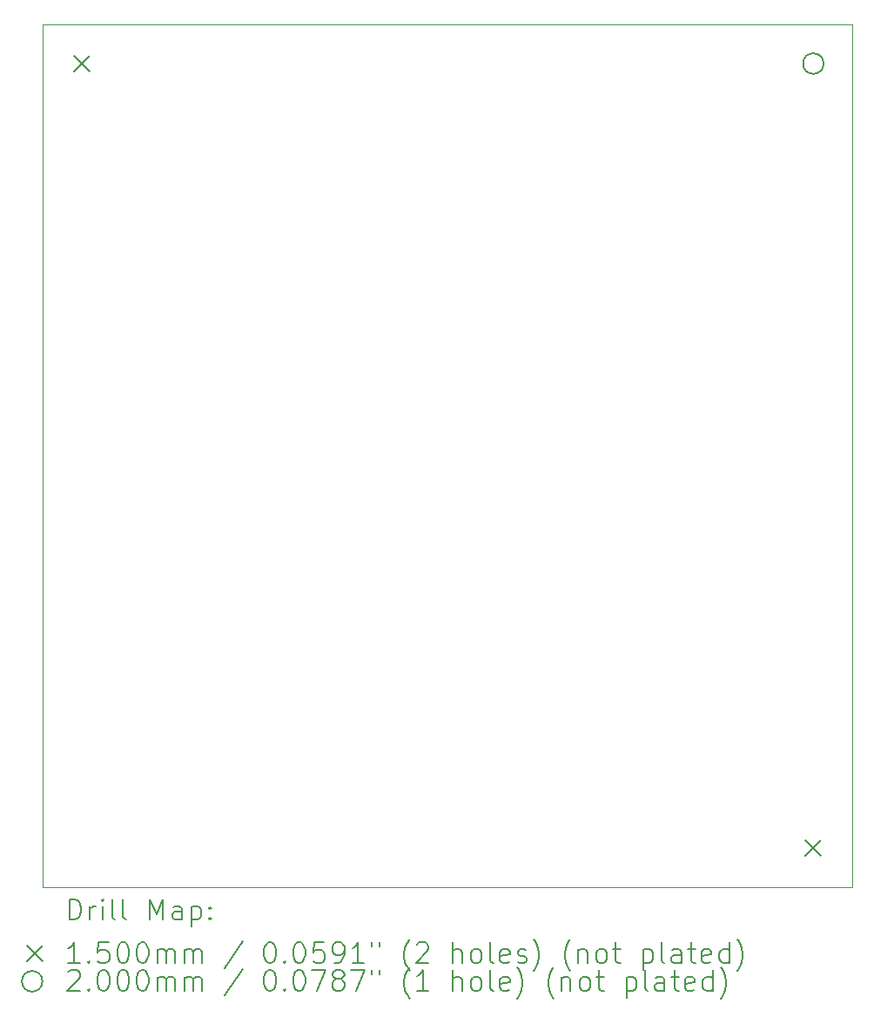
<source format=gbr>
%TF.GenerationSoftware,KiCad,Pcbnew,8.0.8*%
%TF.CreationDate,2026-01-29T15:06:10+11:00*%
%TF.ProjectId,lfo_rw,6c666f5f-7277-42e6-9b69-6361645f7063,rev?*%
%TF.SameCoordinates,PX8b48bd0PY38ecc10*%
%TF.FileFunction,Drillmap*%
%TF.FilePolarity,Positive*%
%FSLAX45Y45*%
G04 Gerber Fmt 4.5, Leading zero omitted, Abs format (unit mm)*
G04 Created by KiCad (PCBNEW 8.0.8) date 2026-01-29 15:06:10*
%MOMM*%
%LPD*%
G01*
G04 APERTURE LIST*
%ADD10C,0.100000*%
%ADD11C,0.200000*%
%ADD12C,0.150000*%
G04 APERTURE END LIST*
D10*
X-7493000Y381000D02*
X381000Y381000D01*
X381000Y-8001000D01*
X-7493000Y-8001000D01*
X-7493000Y381000D01*
D11*
D12*
X-7187000Y75000D02*
X-7037000Y-75000D01*
X-7037000Y75000D02*
X-7187000Y-75000D01*
X-75000Y-7545000D02*
X75000Y-7695000D01*
X75000Y-7545000D02*
X-75000Y-7695000D01*
D11*
X100000Y0D02*
G75*
G02*
X-100000Y0I-100000J0D01*
G01*
X-100000Y0D02*
G75*
G02*
X100000Y0I100000J0D01*
G01*
X-7237223Y-8317484D02*
X-7237223Y-8117484D01*
X-7237223Y-8117484D02*
X-7189604Y-8117484D01*
X-7189604Y-8117484D02*
X-7161033Y-8127008D01*
X-7161033Y-8127008D02*
X-7141985Y-8146055D01*
X-7141985Y-8146055D02*
X-7132461Y-8165103D01*
X-7132461Y-8165103D02*
X-7122937Y-8203198D01*
X-7122937Y-8203198D02*
X-7122937Y-8231769D01*
X-7122937Y-8231769D02*
X-7132461Y-8269865D01*
X-7132461Y-8269865D02*
X-7141985Y-8288912D01*
X-7141985Y-8288912D02*
X-7161033Y-8307960D01*
X-7161033Y-8307960D02*
X-7189604Y-8317484D01*
X-7189604Y-8317484D02*
X-7237223Y-8317484D01*
X-7037223Y-8317484D02*
X-7037223Y-8184150D01*
X-7037223Y-8222246D02*
X-7027699Y-8203198D01*
X-7027699Y-8203198D02*
X-7018176Y-8193674D01*
X-7018176Y-8193674D02*
X-6999128Y-8184150D01*
X-6999128Y-8184150D02*
X-6980080Y-8184150D01*
X-6913414Y-8317484D02*
X-6913414Y-8184150D01*
X-6913414Y-8117484D02*
X-6922937Y-8127008D01*
X-6922937Y-8127008D02*
X-6913414Y-8136531D01*
X-6913414Y-8136531D02*
X-6903890Y-8127008D01*
X-6903890Y-8127008D02*
X-6913414Y-8117484D01*
X-6913414Y-8117484D02*
X-6913414Y-8136531D01*
X-6789604Y-8317484D02*
X-6808652Y-8307960D01*
X-6808652Y-8307960D02*
X-6818176Y-8288912D01*
X-6818176Y-8288912D02*
X-6818176Y-8117484D01*
X-6684842Y-8317484D02*
X-6703890Y-8307960D01*
X-6703890Y-8307960D02*
X-6713414Y-8288912D01*
X-6713414Y-8288912D02*
X-6713414Y-8117484D01*
X-6456271Y-8317484D02*
X-6456271Y-8117484D01*
X-6456271Y-8117484D02*
X-6389604Y-8260341D01*
X-6389604Y-8260341D02*
X-6322937Y-8117484D01*
X-6322937Y-8117484D02*
X-6322937Y-8317484D01*
X-6141985Y-8317484D02*
X-6141985Y-8212722D01*
X-6141985Y-8212722D02*
X-6151509Y-8193674D01*
X-6151509Y-8193674D02*
X-6170556Y-8184150D01*
X-6170556Y-8184150D02*
X-6208652Y-8184150D01*
X-6208652Y-8184150D02*
X-6227699Y-8193674D01*
X-6141985Y-8307960D02*
X-6161033Y-8317484D01*
X-6161033Y-8317484D02*
X-6208652Y-8317484D01*
X-6208652Y-8317484D02*
X-6227699Y-8307960D01*
X-6227699Y-8307960D02*
X-6237223Y-8288912D01*
X-6237223Y-8288912D02*
X-6237223Y-8269865D01*
X-6237223Y-8269865D02*
X-6227699Y-8250817D01*
X-6227699Y-8250817D02*
X-6208652Y-8241293D01*
X-6208652Y-8241293D02*
X-6161033Y-8241293D01*
X-6161033Y-8241293D02*
X-6141985Y-8231769D01*
X-6046747Y-8184150D02*
X-6046747Y-8384150D01*
X-6046747Y-8193674D02*
X-6027699Y-8184150D01*
X-6027699Y-8184150D02*
X-5989604Y-8184150D01*
X-5989604Y-8184150D02*
X-5970556Y-8193674D01*
X-5970556Y-8193674D02*
X-5961033Y-8203198D01*
X-5961033Y-8203198D02*
X-5951509Y-8222246D01*
X-5951509Y-8222246D02*
X-5951509Y-8279388D01*
X-5951509Y-8279388D02*
X-5961033Y-8298436D01*
X-5961033Y-8298436D02*
X-5970556Y-8307960D01*
X-5970556Y-8307960D02*
X-5989604Y-8317484D01*
X-5989604Y-8317484D02*
X-6027699Y-8317484D01*
X-6027699Y-8317484D02*
X-6046747Y-8307960D01*
X-5865795Y-8298436D02*
X-5856271Y-8307960D01*
X-5856271Y-8307960D02*
X-5865795Y-8317484D01*
X-5865795Y-8317484D02*
X-5875318Y-8307960D01*
X-5875318Y-8307960D02*
X-5865795Y-8298436D01*
X-5865795Y-8298436D02*
X-5865795Y-8317484D01*
X-5865795Y-8193674D02*
X-5856271Y-8203198D01*
X-5856271Y-8203198D02*
X-5865795Y-8212722D01*
X-5865795Y-8212722D02*
X-5875318Y-8203198D01*
X-5875318Y-8203198D02*
X-5865795Y-8193674D01*
X-5865795Y-8193674D02*
X-5865795Y-8212722D01*
D12*
X-7648000Y-8571000D02*
X-7498000Y-8721000D01*
X-7498000Y-8571000D02*
X-7648000Y-8721000D01*
D11*
X-7132461Y-8737484D02*
X-7246747Y-8737484D01*
X-7189604Y-8737484D02*
X-7189604Y-8537484D01*
X-7189604Y-8537484D02*
X-7208652Y-8566055D01*
X-7208652Y-8566055D02*
X-7227699Y-8585103D01*
X-7227699Y-8585103D02*
X-7246747Y-8594627D01*
X-7046747Y-8718436D02*
X-7037223Y-8727960D01*
X-7037223Y-8727960D02*
X-7046747Y-8737484D01*
X-7046747Y-8737484D02*
X-7056271Y-8727960D01*
X-7056271Y-8727960D02*
X-7046747Y-8718436D01*
X-7046747Y-8718436D02*
X-7046747Y-8737484D01*
X-6856271Y-8537484D02*
X-6951509Y-8537484D01*
X-6951509Y-8537484D02*
X-6961033Y-8632722D01*
X-6961033Y-8632722D02*
X-6951509Y-8623198D01*
X-6951509Y-8623198D02*
X-6932461Y-8613674D01*
X-6932461Y-8613674D02*
X-6884842Y-8613674D01*
X-6884842Y-8613674D02*
X-6865795Y-8623198D01*
X-6865795Y-8623198D02*
X-6856271Y-8632722D01*
X-6856271Y-8632722D02*
X-6846747Y-8651770D01*
X-6846747Y-8651770D02*
X-6846747Y-8699389D01*
X-6846747Y-8699389D02*
X-6856271Y-8718436D01*
X-6856271Y-8718436D02*
X-6865795Y-8727960D01*
X-6865795Y-8727960D02*
X-6884842Y-8737484D01*
X-6884842Y-8737484D02*
X-6932461Y-8737484D01*
X-6932461Y-8737484D02*
X-6951509Y-8727960D01*
X-6951509Y-8727960D02*
X-6961033Y-8718436D01*
X-6722937Y-8537484D02*
X-6703890Y-8537484D01*
X-6703890Y-8537484D02*
X-6684842Y-8547008D01*
X-6684842Y-8547008D02*
X-6675318Y-8556531D01*
X-6675318Y-8556531D02*
X-6665795Y-8575579D01*
X-6665795Y-8575579D02*
X-6656271Y-8613674D01*
X-6656271Y-8613674D02*
X-6656271Y-8661293D01*
X-6656271Y-8661293D02*
X-6665795Y-8699389D01*
X-6665795Y-8699389D02*
X-6675318Y-8718436D01*
X-6675318Y-8718436D02*
X-6684842Y-8727960D01*
X-6684842Y-8727960D02*
X-6703890Y-8737484D01*
X-6703890Y-8737484D02*
X-6722937Y-8737484D01*
X-6722937Y-8737484D02*
X-6741985Y-8727960D01*
X-6741985Y-8727960D02*
X-6751509Y-8718436D01*
X-6751509Y-8718436D02*
X-6761033Y-8699389D01*
X-6761033Y-8699389D02*
X-6770556Y-8661293D01*
X-6770556Y-8661293D02*
X-6770556Y-8613674D01*
X-6770556Y-8613674D02*
X-6761033Y-8575579D01*
X-6761033Y-8575579D02*
X-6751509Y-8556531D01*
X-6751509Y-8556531D02*
X-6741985Y-8547008D01*
X-6741985Y-8547008D02*
X-6722937Y-8537484D01*
X-6532461Y-8537484D02*
X-6513414Y-8537484D01*
X-6513414Y-8537484D02*
X-6494366Y-8547008D01*
X-6494366Y-8547008D02*
X-6484842Y-8556531D01*
X-6484842Y-8556531D02*
X-6475318Y-8575579D01*
X-6475318Y-8575579D02*
X-6465795Y-8613674D01*
X-6465795Y-8613674D02*
X-6465795Y-8661293D01*
X-6465795Y-8661293D02*
X-6475318Y-8699389D01*
X-6475318Y-8699389D02*
X-6484842Y-8718436D01*
X-6484842Y-8718436D02*
X-6494366Y-8727960D01*
X-6494366Y-8727960D02*
X-6513414Y-8737484D01*
X-6513414Y-8737484D02*
X-6532461Y-8737484D01*
X-6532461Y-8737484D02*
X-6551509Y-8727960D01*
X-6551509Y-8727960D02*
X-6561033Y-8718436D01*
X-6561033Y-8718436D02*
X-6570556Y-8699389D01*
X-6570556Y-8699389D02*
X-6580080Y-8661293D01*
X-6580080Y-8661293D02*
X-6580080Y-8613674D01*
X-6580080Y-8613674D02*
X-6570556Y-8575579D01*
X-6570556Y-8575579D02*
X-6561033Y-8556531D01*
X-6561033Y-8556531D02*
X-6551509Y-8547008D01*
X-6551509Y-8547008D02*
X-6532461Y-8537484D01*
X-6380080Y-8737484D02*
X-6380080Y-8604150D01*
X-6380080Y-8623198D02*
X-6370556Y-8613674D01*
X-6370556Y-8613674D02*
X-6351509Y-8604150D01*
X-6351509Y-8604150D02*
X-6322937Y-8604150D01*
X-6322937Y-8604150D02*
X-6303890Y-8613674D01*
X-6303890Y-8613674D02*
X-6294366Y-8632722D01*
X-6294366Y-8632722D02*
X-6294366Y-8737484D01*
X-6294366Y-8632722D02*
X-6284842Y-8613674D01*
X-6284842Y-8613674D02*
X-6265795Y-8604150D01*
X-6265795Y-8604150D02*
X-6237223Y-8604150D01*
X-6237223Y-8604150D02*
X-6218175Y-8613674D01*
X-6218175Y-8613674D02*
X-6208652Y-8632722D01*
X-6208652Y-8632722D02*
X-6208652Y-8737484D01*
X-6113414Y-8737484D02*
X-6113414Y-8604150D01*
X-6113414Y-8623198D02*
X-6103890Y-8613674D01*
X-6103890Y-8613674D02*
X-6084842Y-8604150D01*
X-6084842Y-8604150D02*
X-6056271Y-8604150D01*
X-6056271Y-8604150D02*
X-6037223Y-8613674D01*
X-6037223Y-8613674D02*
X-6027699Y-8632722D01*
X-6027699Y-8632722D02*
X-6027699Y-8737484D01*
X-6027699Y-8632722D02*
X-6018175Y-8613674D01*
X-6018175Y-8613674D02*
X-5999128Y-8604150D01*
X-5999128Y-8604150D02*
X-5970556Y-8604150D01*
X-5970556Y-8604150D02*
X-5951509Y-8613674D01*
X-5951509Y-8613674D02*
X-5941985Y-8632722D01*
X-5941985Y-8632722D02*
X-5941985Y-8737484D01*
X-5551509Y-8527960D02*
X-5722937Y-8785103D01*
X-5294366Y-8537484D02*
X-5275318Y-8537484D01*
X-5275318Y-8537484D02*
X-5256271Y-8547008D01*
X-5256271Y-8547008D02*
X-5246747Y-8556531D01*
X-5246747Y-8556531D02*
X-5237223Y-8575579D01*
X-5237223Y-8575579D02*
X-5227699Y-8613674D01*
X-5227699Y-8613674D02*
X-5227699Y-8661293D01*
X-5227699Y-8661293D02*
X-5237223Y-8699389D01*
X-5237223Y-8699389D02*
X-5246747Y-8718436D01*
X-5246747Y-8718436D02*
X-5256271Y-8727960D01*
X-5256271Y-8727960D02*
X-5275318Y-8737484D01*
X-5275318Y-8737484D02*
X-5294366Y-8737484D01*
X-5294366Y-8737484D02*
X-5313414Y-8727960D01*
X-5313414Y-8727960D02*
X-5322937Y-8718436D01*
X-5322937Y-8718436D02*
X-5332461Y-8699389D01*
X-5332461Y-8699389D02*
X-5341985Y-8661293D01*
X-5341985Y-8661293D02*
X-5341985Y-8613674D01*
X-5341985Y-8613674D02*
X-5332461Y-8575579D01*
X-5332461Y-8575579D02*
X-5322937Y-8556531D01*
X-5322937Y-8556531D02*
X-5313414Y-8547008D01*
X-5313414Y-8547008D02*
X-5294366Y-8537484D01*
X-5141985Y-8718436D02*
X-5132461Y-8727960D01*
X-5132461Y-8727960D02*
X-5141985Y-8737484D01*
X-5141985Y-8737484D02*
X-5151509Y-8727960D01*
X-5151509Y-8727960D02*
X-5141985Y-8718436D01*
X-5141985Y-8718436D02*
X-5141985Y-8737484D01*
X-5008652Y-8537484D02*
X-4989604Y-8537484D01*
X-4989604Y-8537484D02*
X-4970556Y-8547008D01*
X-4970556Y-8547008D02*
X-4961033Y-8556531D01*
X-4961033Y-8556531D02*
X-4951509Y-8575579D01*
X-4951509Y-8575579D02*
X-4941985Y-8613674D01*
X-4941985Y-8613674D02*
X-4941985Y-8661293D01*
X-4941985Y-8661293D02*
X-4951509Y-8699389D01*
X-4951509Y-8699389D02*
X-4961033Y-8718436D01*
X-4961033Y-8718436D02*
X-4970556Y-8727960D01*
X-4970556Y-8727960D02*
X-4989604Y-8737484D01*
X-4989604Y-8737484D02*
X-5008652Y-8737484D01*
X-5008652Y-8737484D02*
X-5027699Y-8727960D01*
X-5027699Y-8727960D02*
X-5037223Y-8718436D01*
X-5037223Y-8718436D02*
X-5046747Y-8699389D01*
X-5046747Y-8699389D02*
X-5056271Y-8661293D01*
X-5056271Y-8661293D02*
X-5056271Y-8613674D01*
X-5056271Y-8613674D02*
X-5046747Y-8575579D01*
X-5046747Y-8575579D02*
X-5037223Y-8556531D01*
X-5037223Y-8556531D02*
X-5027699Y-8547008D01*
X-5027699Y-8547008D02*
X-5008652Y-8537484D01*
X-4761033Y-8537484D02*
X-4856271Y-8537484D01*
X-4856271Y-8537484D02*
X-4865794Y-8632722D01*
X-4865794Y-8632722D02*
X-4856271Y-8623198D01*
X-4856271Y-8623198D02*
X-4837223Y-8613674D01*
X-4837223Y-8613674D02*
X-4789604Y-8613674D01*
X-4789604Y-8613674D02*
X-4770556Y-8623198D01*
X-4770556Y-8623198D02*
X-4761033Y-8632722D01*
X-4761033Y-8632722D02*
X-4751509Y-8651770D01*
X-4751509Y-8651770D02*
X-4751509Y-8699389D01*
X-4751509Y-8699389D02*
X-4761033Y-8718436D01*
X-4761033Y-8718436D02*
X-4770556Y-8727960D01*
X-4770556Y-8727960D02*
X-4789604Y-8737484D01*
X-4789604Y-8737484D02*
X-4837223Y-8737484D01*
X-4837223Y-8737484D02*
X-4856271Y-8727960D01*
X-4856271Y-8727960D02*
X-4865794Y-8718436D01*
X-4656271Y-8737484D02*
X-4618175Y-8737484D01*
X-4618175Y-8737484D02*
X-4599128Y-8727960D01*
X-4599128Y-8727960D02*
X-4589604Y-8718436D01*
X-4589604Y-8718436D02*
X-4570556Y-8689865D01*
X-4570556Y-8689865D02*
X-4561033Y-8651770D01*
X-4561033Y-8651770D02*
X-4561033Y-8575579D01*
X-4561033Y-8575579D02*
X-4570556Y-8556531D01*
X-4570556Y-8556531D02*
X-4580080Y-8547008D01*
X-4580080Y-8547008D02*
X-4599128Y-8537484D01*
X-4599128Y-8537484D02*
X-4637223Y-8537484D01*
X-4637223Y-8537484D02*
X-4656271Y-8547008D01*
X-4656271Y-8547008D02*
X-4665794Y-8556531D01*
X-4665794Y-8556531D02*
X-4675318Y-8575579D01*
X-4675318Y-8575579D02*
X-4675318Y-8623198D01*
X-4675318Y-8623198D02*
X-4665794Y-8642246D01*
X-4665794Y-8642246D02*
X-4656271Y-8651770D01*
X-4656271Y-8651770D02*
X-4637223Y-8661293D01*
X-4637223Y-8661293D02*
X-4599128Y-8661293D01*
X-4599128Y-8661293D02*
X-4580080Y-8651770D01*
X-4580080Y-8651770D02*
X-4570556Y-8642246D01*
X-4570556Y-8642246D02*
X-4561033Y-8623198D01*
X-4370556Y-8737484D02*
X-4484842Y-8737484D01*
X-4427699Y-8737484D02*
X-4427699Y-8537484D01*
X-4427699Y-8537484D02*
X-4446747Y-8566055D01*
X-4446747Y-8566055D02*
X-4465794Y-8585103D01*
X-4465794Y-8585103D02*
X-4484842Y-8594627D01*
X-4294366Y-8537484D02*
X-4294366Y-8575579D01*
X-4218175Y-8537484D02*
X-4218175Y-8575579D01*
X-3922937Y-8813674D02*
X-3932461Y-8804150D01*
X-3932461Y-8804150D02*
X-3951509Y-8775579D01*
X-3951509Y-8775579D02*
X-3961032Y-8756531D01*
X-3961032Y-8756531D02*
X-3970556Y-8727960D01*
X-3970556Y-8727960D02*
X-3980080Y-8680341D01*
X-3980080Y-8680341D02*
X-3980080Y-8642246D01*
X-3980080Y-8642246D02*
X-3970556Y-8594627D01*
X-3970556Y-8594627D02*
X-3961032Y-8566055D01*
X-3961032Y-8566055D02*
X-3951509Y-8547008D01*
X-3951509Y-8547008D02*
X-3932461Y-8518436D01*
X-3932461Y-8518436D02*
X-3922937Y-8508912D01*
X-3856270Y-8556531D02*
X-3846747Y-8547008D01*
X-3846747Y-8547008D02*
X-3827699Y-8537484D01*
X-3827699Y-8537484D02*
X-3780080Y-8537484D01*
X-3780080Y-8537484D02*
X-3761032Y-8547008D01*
X-3761032Y-8547008D02*
X-3751509Y-8556531D01*
X-3751509Y-8556531D02*
X-3741985Y-8575579D01*
X-3741985Y-8575579D02*
X-3741985Y-8594627D01*
X-3741985Y-8594627D02*
X-3751509Y-8623198D01*
X-3751509Y-8623198D02*
X-3865794Y-8737484D01*
X-3865794Y-8737484D02*
X-3741985Y-8737484D01*
X-3503889Y-8737484D02*
X-3503889Y-8537484D01*
X-3418175Y-8737484D02*
X-3418175Y-8632722D01*
X-3418175Y-8632722D02*
X-3427699Y-8613674D01*
X-3427699Y-8613674D02*
X-3446747Y-8604150D01*
X-3446747Y-8604150D02*
X-3475318Y-8604150D01*
X-3475318Y-8604150D02*
X-3494366Y-8613674D01*
X-3494366Y-8613674D02*
X-3503889Y-8623198D01*
X-3294366Y-8737484D02*
X-3313413Y-8727960D01*
X-3313413Y-8727960D02*
X-3322937Y-8718436D01*
X-3322937Y-8718436D02*
X-3332461Y-8699389D01*
X-3332461Y-8699389D02*
X-3332461Y-8642246D01*
X-3332461Y-8642246D02*
X-3322937Y-8623198D01*
X-3322937Y-8623198D02*
X-3313413Y-8613674D01*
X-3313413Y-8613674D02*
X-3294366Y-8604150D01*
X-3294366Y-8604150D02*
X-3265794Y-8604150D01*
X-3265794Y-8604150D02*
X-3246747Y-8613674D01*
X-3246747Y-8613674D02*
X-3237223Y-8623198D01*
X-3237223Y-8623198D02*
X-3227699Y-8642246D01*
X-3227699Y-8642246D02*
X-3227699Y-8699389D01*
X-3227699Y-8699389D02*
X-3237223Y-8718436D01*
X-3237223Y-8718436D02*
X-3246747Y-8727960D01*
X-3246747Y-8727960D02*
X-3265794Y-8737484D01*
X-3265794Y-8737484D02*
X-3294366Y-8737484D01*
X-3113413Y-8737484D02*
X-3132461Y-8727960D01*
X-3132461Y-8727960D02*
X-3141985Y-8708912D01*
X-3141985Y-8708912D02*
X-3141985Y-8537484D01*
X-2961032Y-8727960D02*
X-2980080Y-8737484D01*
X-2980080Y-8737484D02*
X-3018175Y-8737484D01*
X-3018175Y-8737484D02*
X-3037223Y-8727960D01*
X-3037223Y-8727960D02*
X-3046747Y-8708912D01*
X-3046747Y-8708912D02*
X-3046747Y-8632722D01*
X-3046747Y-8632722D02*
X-3037223Y-8613674D01*
X-3037223Y-8613674D02*
X-3018175Y-8604150D01*
X-3018175Y-8604150D02*
X-2980080Y-8604150D01*
X-2980080Y-8604150D02*
X-2961032Y-8613674D01*
X-2961032Y-8613674D02*
X-2951508Y-8632722D01*
X-2951508Y-8632722D02*
X-2951508Y-8651770D01*
X-2951508Y-8651770D02*
X-3046747Y-8670817D01*
X-2875318Y-8727960D02*
X-2856270Y-8737484D01*
X-2856270Y-8737484D02*
X-2818175Y-8737484D01*
X-2818175Y-8737484D02*
X-2799127Y-8727960D01*
X-2799127Y-8727960D02*
X-2789604Y-8708912D01*
X-2789604Y-8708912D02*
X-2789604Y-8699389D01*
X-2789604Y-8699389D02*
X-2799127Y-8680341D01*
X-2799127Y-8680341D02*
X-2818175Y-8670817D01*
X-2818175Y-8670817D02*
X-2846747Y-8670817D01*
X-2846747Y-8670817D02*
X-2865794Y-8661293D01*
X-2865794Y-8661293D02*
X-2875318Y-8642246D01*
X-2875318Y-8642246D02*
X-2875318Y-8632722D01*
X-2875318Y-8632722D02*
X-2865794Y-8613674D01*
X-2865794Y-8613674D02*
X-2846747Y-8604150D01*
X-2846747Y-8604150D02*
X-2818175Y-8604150D01*
X-2818175Y-8604150D02*
X-2799127Y-8613674D01*
X-2722937Y-8813674D02*
X-2713413Y-8804150D01*
X-2713413Y-8804150D02*
X-2694366Y-8775579D01*
X-2694366Y-8775579D02*
X-2684842Y-8756531D01*
X-2684842Y-8756531D02*
X-2675318Y-8727960D01*
X-2675318Y-8727960D02*
X-2665794Y-8680341D01*
X-2665794Y-8680341D02*
X-2665794Y-8642246D01*
X-2665794Y-8642246D02*
X-2675318Y-8594627D01*
X-2675318Y-8594627D02*
X-2684842Y-8566055D01*
X-2684842Y-8566055D02*
X-2694366Y-8547008D01*
X-2694366Y-8547008D02*
X-2713413Y-8518436D01*
X-2713413Y-8518436D02*
X-2722937Y-8508912D01*
X-2361032Y-8813674D02*
X-2370556Y-8804150D01*
X-2370556Y-8804150D02*
X-2389604Y-8775579D01*
X-2389604Y-8775579D02*
X-2399128Y-8756531D01*
X-2399128Y-8756531D02*
X-2408651Y-8727960D01*
X-2408651Y-8727960D02*
X-2418175Y-8680341D01*
X-2418175Y-8680341D02*
X-2418175Y-8642246D01*
X-2418175Y-8642246D02*
X-2408651Y-8594627D01*
X-2408651Y-8594627D02*
X-2399128Y-8566055D01*
X-2399128Y-8566055D02*
X-2389604Y-8547008D01*
X-2389604Y-8547008D02*
X-2370556Y-8518436D01*
X-2370556Y-8518436D02*
X-2361032Y-8508912D01*
X-2284842Y-8604150D02*
X-2284842Y-8737484D01*
X-2284842Y-8623198D02*
X-2275318Y-8613674D01*
X-2275318Y-8613674D02*
X-2256270Y-8604150D01*
X-2256270Y-8604150D02*
X-2227699Y-8604150D01*
X-2227699Y-8604150D02*
X-2208651Y-8613674D01*
X-2208651Y-8613674D02*
X-2199128Y-8632722D01*
X-2199128Y-8632722D02*
X-2199128Y-8737484D01*
X-2075318Y-8737484D02*
X-2094366Y-8727960D01*
X-2094366Y-8727960D02*
X-2103889Y-8718436D01*
X-2103889Y-8718436D02*
X-2113413Y-8699389D01*
X-2113413Y-8699389D02*
X-2113413Y-8642246D01*
X-2113413Y-8642246D02*
X-2103889Y-8623198D01*
X-2103889Y-8623198D02*
X-2094366Y-8613674D01*
X-2094366Y-8613674D02*
X-2075318Y-8604150D01*
X-2075318Y-8604150D02*
X-2046746Y-8604150D01*
X-2046746Y-8604150D02*
X-2027699Y-8613674D01*
X-2027699Y-8613674D02*
X-2018175Y-8623198D01*
X-2018175Y-8623198D02*
X-2008651Y-8642246D01*
X-2008651Y-8642246D02*
X-2008651Y-8699389D01*
X-2008651Y-8699389D02*
X-2018175Y-8718436D01*
X-2018175Y-8718436D02*
X-2027699Y-8727960D01*
X-2027699Y-8727960D02*
X-2046746Y-8737484D01*
X-2046746Y-8737484D02*
X-2075318Y-8737484D01*
X-1951508Y-8604150D02*
X-1875318Y-8604150D01*
X-1922937Y-8537484D02*
X-1922937Y-8708912D01*
X-1922937Y-8708912D02*
X-1913413Y-8727960D01*
X-1913413Y-8727960D02*
X-1894366Y-8737484D01*
X-1894366Y-8737484D02*
X-1875318Y-8737484D01*
X-1656270Y-8604150D02*
X-1656270Y-8804150D01*
X-1656270Y-8613674D02*
X-1637223Y-8604150D01*
X-1637223Y-8604150D02*
X-1599127Y-8604150D01*
X-1599127Y-8604150D02*
X-1580080Y-8613674D01*
X-1580080Y-8613674D02*
X-1570556Y-8623198D01*
X-1570556Y-8623198D02*
X-1561032Y-8642246D01*
X-1561032Y-8642246D02*
X-1561032Y-8699389D01*
X-1561032Y-8699389D02*
X-1570556Y-8718436D01*
X-1570556Y-8718436D02*
X-1580080Y-8727960D01*
X-1580080Y-8727960D02*
X-1599127Y-8737484D01*
X-1599127Y-8737484D02*
X-1637223Y-8737484D01*
X-1637223Y-8737484D02*
X-1656270Y-8727960D01*
X-1446746Y-8737484D02*
X-1465794Y-8727960D01*
X-1465794Y-8727960D02*
X-1475318Y-8708912D01*
X-1475318Y-8708912D02*
X-1475318Y-8537484D01*
X-1284842Y-8737484D02*
X-1284842Y-8632722D01*
X-1284842Y-8632722D02*
X-1294366Y-8613674D01*
X-1294366Y-8613674D02*
X-1313413Y-8604150D01*
X-1313413Y-8604150D02*
X-1351508Y-8604150D01*
X-1351508Y-8604150D02*
X-1370556Y-8613674D01*
X-1284842Y-8727960D02*
X-1303889Y-8737484D01*
X-1303889Y-8737484D02*
X-1351508Y-8737484D01*
X-1351508Y-8737484D02*
X-1370556Y-8727960D01*
X-1370556Y-8727960D02*
X-1380080Y-8708912D01*
X-1380080Y-8708912D02*
X-1380080Y-8689865D01*
X-1380080Y-8689865D02*
X-1370556Y-8670817D01*
X-1370556Y-8670817D02*
X-1351508Y-8661293D01*
X-1351508Y-8661293D02*
X-1303889Y-8661293D01*
X-1303889Y-8661293D02*
X-1284842Y-8651770D01*
X-1218175Y-8604150D02*
X-1141985Y-8604150D01*
X-1189604Y-8537484D02*
X-1189604Y-8708912D01*
X-1189604Y-8708912D02*
X-1180080Y-8727960D01*
X-1180080Y-8727960D02*
X-1161032Y-8737484D01*
X-1161032Y-8737484D02*
X-1141985Y-8737484D01*
X-999127Y-8727960D02*
X-1018175Y-8737484D01*
X-1018175Y-8737484D02*
X-1056270Y-8737484D01*
X-1056270Y-8737484D02*
X-1075318Y-8727960D01*
X-1075318Y-8727960D02*
X-1084842Y-8708912D01*
X-1084842Y-8708912D02*
X-1084842Y-8632722D01*
X-1084842Y-8632722D02*
X-1075318Y-8613674D01*
X-1075318Y-8613674D02*
X-1056270Y-8604150D01*
X-1056270Y-8604150D02*
X-1018175Y-8604150D01*
X-1018175Y-8604150D02*
X-999127Y-8613674D01*
X-999127Y-8613674D02*
X-989604Y-8632722D01*
X-989604Y-8632722D02*
X-989604Y-8651770D01*
X-989604Y-8651770D02*
X-1084842Y-8670817D01*
X-818175Y-8737484D02*
X-818175Y-8537484D01*
X-818175Y-8727960D02*
X-837223Y-8737484D01*
X-837223Y-8737484D02*
X-875318Y-8737484D01*
X-875318Y-8737484D02*
X-894365Y-8727960D01*
X-894365Y-8727960D02*
X-903889Y-8718436D01*
X-903889Y-8718436D02*
X-913413Y-8699389D01*
X-913413Y-8699389D02*
X-913413Y-8642246D01*
X-913413Y-8642246D02*
X-903889Y-8623198D01*
X-903889Y-8623198D02*
X-894365Y-8613674D01*
X-894365Y-8613674D02*
X-875318Y-8604150D01*
X-875318Y-8604150D02*
X-837223Y-8604150D01*
X-837223Y-8604150D02*
X-818175Y-8613674D01*
X-741984Y-8813674D02*
X-732461Y-8804150D01*
X-732461Y-8804150D02*
X-713413Y-8775579D01*
X-713413Y-8775579D02*
X-703889Y-8756531D01*
X-703889Y-8756531D02*
X-694366Y-8727960D01*
X-694366Y-8727960D02*
X-684842Y-8680341D01*
X-684842Y-8680341D02*
X-684842Y-8642246D01*
X-684842Y-8642246D02*
X-694366Y-8594627D01*
X-694366Y-8594627D02*
X-703889Y-8566055D01*
X-703889Y-8566055D02*
X-713413Y-8547008D01*
X-713413Y-8547008D02*
X-732461Y-8518436D01*
X-732461Y-8518436D02*
X-741984Y-8508912D01*
X-7498000Y-8916000D02*
G75*
G02*
X-7698000Y-8916000I-100000J0D01*
G01*
X-7698000Y-8916000D02*
G75*
G02*
X-7498000Y-8916000I100000J0D01*
G01*
X-7246747Y-8826531D02*
X-7237223Y-8817008D01*
X-7237223Y-8817008D02*
X-7218176Y-8807484D01*
X-7218176Y-8807484D02*
X-7170556Y-8807484D01*
X-7170556Y-8807484D02*
X-7151509Y-8817008D01*
X-7151509Y-8817008D02*
X-7141985Y-8826531D01*
X-7141985Y-8826531D02*
X-7132461Y-8845579D01*
X-7132461Y-8845579D02*
X-7132461Y-8864627D01*
X-7132461Y-8864627D02*
X-7141985Y-8893198D01*
X-7141985Y-8893198D02*
X-7256271Y-9007484D01*
X-7256271Y-9007484D02*
X-7132461Y-9007484D01*
X-7046747Y-8988436D02*
X-7037223Y-8997960D01*
X-7037223Y-8997960D02*
X-7046747Y-9007484D01*
X-7046747Y-9007484D02*
X-7056271Y-8997960D01*
X-7056271Y-8997960D02*
X-7046747Y-8988436D01*
X-7046747Y-8988436D02*
X-7046747Y-9007484D01*
X-6913414Y-8807484D02*
X-6894366Y-8807484D01*
X-6894366Y-8807484D02*
X-6875318Y-8817008D01*
X-6875318Y-8817008D02*
X-6865795Y-8826531D01*
X-6865795Y-8826531D02*
X-6856271Y-8845579D01*
X-6856271Y-8845579D02*
X-6846747Y-8883674D01*
X-6846747Y-8883674D02*
X-6846747Y-8931293D01*
X-6846747Y-8931293D02*
X-6856271Y-8969389D01*
X-6856271Y-8969389D02*
X-6865795Y-8988436D01*
X-6865795Y-8988436D02*
X-6875318Y-8997960D01*
X-6875318Y-8997960D02*
X-6894366Y-9007484D01*
X-6894366Y-9007484D02*
X-6913414Y-9007484D01*
X-6913414Y-9007484D02*
X-6932461Y-8997960D01*
X-6932461Y-8997960D02*
X-6941985Y-8988436D01*
X-6941985Y-8988436D02*
X-6951509Y-8969389D01*
X-6951509Y-8969389D02*
X-6961033Y-8931293D01*
X-6961033Y-8931293D02*
X-6961033Y-8883674D01*
X-6961033Y-8883674D02*
X-6951509Y-8845579D01*
X-6951509Y-8845579D02*
X-6941985Y-8826531D01*
X-6941985Y-8826531D02*
X-6932461Y-8817008D01*
X-6932461Y-8817008D02*
X-6913414Y-8807484D01*
X-6722937Y-8807484D02*
X-6703890Y-8807484D01*
X-6703890Y-8807484D02*
X-6684842Y-8817008D01*
X-6684842Y-8817008D02*
X-6675318Y-8826531D01*
X-6675318Y-8826531D02*
X-6665795Y-8845579D01*
X-6665795Y-8845579D02*
X-6656271Y-8883674D01*
X-6656271Y-8883674D02*
X-6656271Y-8931293D01*
X-6656271Y-8931293D02*
X-6665795Y-8969389D01*
X-6665795Y-8969389D02*
X-6675318Y-8988436D01*
X-6675318Y-8988436D02*
X-6684842Y-8997960D01*
X-6684842Y-8997960D02*
X-6703890Y-9007484D01*
X-6703890Y-9007484D02*
X-6722937Y-9007484D01*
X-6722937Y-9007484D02*
X-6741985Y-8997960D01*
X-6741985Y-8997960D02*
X-6751509Y-8988436D01*
X-6751509Y-8988436D02*
X-6761033Y-8969389D01*
X-6761033Y-8969389D02*
X-6770556Y-8931293D01*
X-6770556Y-8931293D02*
X-6770556Y-8883674D01*
X-6770556Y-8883674D02*
X-6761033Y-8845579D01*
X-6761033Y-8845579D02*
X-6751509Y-8826531D01*
X-6751509Y-8826531D02*
X-6741985Y-8817008D01*
X-6741985Y-8817008D02*
X-6722937Y-8807484D01*
X-6532461Y-8807484D02*
X-6513414Y-8807484D01*
X-6513414Y-8807484D02*
X-6494366Y-8817008D01*
X-6494366Y-8817008D02*
X-6484842Y-8826531D01*
X-6484842Y-8826531D02*
X-6475318Y-8845579D01*
X-6475318Y-8845579D02*
X-6465795Y-8883674D01*
X-6465795Y-8883674D02*
X-6465795Y-8931293D01*
X-6465795Y-8931293D02*
X-6475318Y-8969389D01*
X-6475318Y-8969389D02*
X-6484842Y-8988436D01*
X-6484842Y-8988436D02*
X-6494366Y-8997960D01*
X-6494366Y-8997960D02*
X-6513414Y-9007484D01*
X-6513414Y-9007484D02*
X-6532461Y-9007484D01*
X-6532461Y-9007484D02*
X-6551509Y-8997960D01*
X-6551509Y-8997960D02*
X-6561033Y-8988436D01*
X-6561033Y-8988436D02*
X-6570556Y-8969389D01*
X-6570556Y-8969389D02*
X-6580080Y-8931293D01*
X-6580080Y-8931293D02*
X-6580080Y-8883674D01*
X-6580080Y-8883674D02*
X-6570556Y-8845579D01*
X-6570556Y-8845579D02*
X-6561033Y-8826531D01*
X-6561033Y-8826531D02*
X-6551509Y-8817008D01*
X-6551509Y-8817008D02*
X-6532461Y-8807484D01*
X-6380080Y-9007484D02*
X-6380080Y-8874150D01*
X-6380080Y-8893198D02*
X-6370556Y-8883674D01*
X-6370556Y-8883674D02*
X-6351509Y-8874150D01*
X-6351509Y-8874150D02*
X-6322937Y-8874150D01*
X-6322937Y-8874150D02*
X-6303890Y-8883674D01*
X-6303890Y-8883674D02*
X-6294366Y-8902722D01*
X-6294366Y-8902722D02*
X-6294366Y-9007484D01*
X-6294366Y-8902722D02*
X-6284842Y-8883674D01*
X-6284842Y-8883674D02*
X-6265795Y-8874150D01*
X-6265795Y-8874150D02*
X-6237223Y-8874150D01*
X-6237223Y-8874150D02*
X-6218175Y-8883674D01*
X-6218175Y-8883674D02*
X-6208652Y-8902722D01*
X-6208652Y-8902722D02*
X-6208652Y-9007484D01*
X-6113414Y-9007484D02*
X-6113414Y-8874150D01*
X-6113414Y-8893198D02*
X-6103890Y-8883674D01*
X-6103890Y-8883674D02*
X-6084842Y-8874150D01*
X-6084842Y-8874150D02*
X-6056271Y-8874150D01*
X-6056271Y-8874150D02*
X-6037223Y-8883674D01*
X-6037223Y-8883674D02*
X-6027699Y-8902722D01*
X-6027699Y-8902722D02*
X-6027699Y-9007484D01*
X-6027699Y-8902722D02*
X-6018175Y-8883674D01*
X-6018175Y-8883674D02*
X-5999128Y-8874150D01*
X-5999128Y-8874150D02*
X-5970556Y-8874150D01*
X-5970556Y-8874150D02*
X-5951509Y-8883674D01*
X-5951509Y-8883674D02*
X-5941985Y-8902722D01*
X-5941985Y-8902722D02*
X-5941985Y-9007484D01*
X-5551509Y-8797960D02*
X-5722937Y-9055103D01*
X-5294366Y-8807484D02*
X-5275318Y-8807484D01*
X-5275318Y-8807484D02*
X-5256271Y-8817008D01*
X-5256271Y-8817008D02*
X-5246747Y-8826531D01*
X-5246747Y-8826531D02*
X-5237223Y-8845579D01*
X-5237223Y-8845579D02*
X-5227699Y-8883674D01*
X-5227699Y-8883674D02*
X-5227699Y-8931293D01*
X-5227699Y-8931293D02*
X-5237223Y-8969389D01*
X-5237223Y-8969389D02*
X-5246747Y-8988436D01*
X-5246747Y-8988436D02*
X-5256271Y-8997960D01*
X-5256271Y-8997960D02*
X-5275318Y-9007484D01*
X-5275318Y-9007484D02*
X-5294366Y-9007484D01*
X-5294366Y-9007484D02*
X-5313414Y-8997960D01*
X-5313414Y-8997960D02*
X-5322937Y-8988436D01*
X-5322937Y-8988436D02*
X-5332461Y-8969389D01*
X-5332461Y-8969389D02*
X-5341985Y-8931293D01*
X-5341985Y-8931293D02*
X-5341985Y-8883674D01*
X-5341985Y-8883674D02*
X-5332461Y-8845579D01*
X-5332461Y-8845579D02*
X-5322937Y-8826531D01*
X-5322937Y-8826531D02*
X-5313414Y-8817008D01*
X-5313414Y-8817008D02*
X-5294366Y-8807484D01*
X-5141985Y-8988436D02*
X-5132461Y-8997960D01*
X-5132461Y-8997960D02*
X-5141985Y-9007484D01*
X-5141985Y-9007484D02*
X-5151509Y-8997960D01*
X-5151509Y-8997960D02*
X-5141985Y-8988436D01*
X-5141985Y-8988436D02*
X-5141985Y-9007484D01*
X-5008652Y-8807484D02*
X-4989604Y-8807484D01*
X-4989604Y-8807484D02*
X-4970556Y-8817008D01*
X-4970556Y-8817008D02*
X-4961033Y-8826531D01*
X-4961033Y-8826531D02*
X-4951509Y-8845579D01*
X-4951509Y-8845579D02*
X-4941985Y-8883674D01*
X-4941985Y-8883674D02*
X-4941985Y-8931293D01*
X-4941985Y-8931293D02*
X-4951509Y-8969389D01*
X-4951509Y-8969389D02*
X-4961033Y-8988436D01*
X-4961033Y-8988436D02*
X-4970556Y-8997960D01*
X-4970556Y-8997960D02*
X-4989604Y-9007484D01*
X-4989604Y-9007484D02*
X-5008652Y-9007484D01*
X-5008652Y-9007484D02*
X-5027699Y-8997960D01*
X-5027699Y-8997960D02*
X-5037223Y-8988436D01*
X-5037223Y-8988436D02*
X-5046747Y-8969389D01*
X-5046747Y-8969389D02*
X-5056271Y-8931293D01*
X-5056271Y-8931293D02*
X-5056271Y-8883674D01*
X-5056271Y-8883674D02*
X-5046747Y-8845579D01*
X-5046747Y-8845579D02*
X-5037223Y-8826531D01*
X-5037223Y-8826531D02*
X-5027699Y-8817008D01*
X-5027699Y-8817008D02*
X-5008652Y-8807484D01*
X-4875318Y-8807484D02*
X-4741985Y-8807484D01*
X-4741985Y-8807484D02*
X-4827699Y-9007484D01*
X-4637223Y-8893198D02*
X-4656271Y-8883674D01*
X-4656271Y-8883674D02*
X-4665794Y-8874150D01*
X-4665794Y-8874150D02*
X-4675318Y-8855103D01*
X-4675318Y-8855103D02*
X-4675318Y-8845579D01*
X-4675318Y-8845579D02*
X-4665794Y-8826531D01*
X-4665794Y-8826531D02*
X-4656271Y-8817008D01*
X-4656271Y-8817008D02*
X-4637223Y-8807484D01*
X-4637223Y-8807484D02*
X-4599128Y-8807484D01*
X-4599128Y-8807484D02*
X-4580080Y-8817008D01*
X-4580080Y-8817008D02*
X-4570556Y-8826531D01*
X-4570556Y-8826531D02*
X-4561033Y-8845579D01*
X-4561033Y-8845579D02*
X-4561033Y-8855103D01*
X-4561033Y-8855103D02*
X-4570556Y-8874150D01*
X-4570556Y-8874150D02*
X-4580080Y-8883674D01*
X-4580080Y-8883674D02*
X-4599128Y-8893198D01*
X-4599128Y-8893198D02*
X-4637223Y-8893198D01*
X-4637223Y-8893198D02*
X-4656271Y-8902722D01*
X-4656271Y-8902722D02*
X-4665794Y-8912246D01*
X-4665794Y-8912246D02*
X-4675318Y-8931293D01*
X-4675318Y-8931293D02*
X-4675318Y-8969389D01*
X-4675318Y-8969389D02*
X-4665794Y-8988436D01*
X-4665794Y-8988436D02*
X-4656271Y-8997960D01*
X-4656271Y-8997960D02*
X-4637223Y-9007484D01*
X-4637223Y-9007484D02*
X-4599128Y-9007484D01*
X-4599128Y-9007484D02*
X-4580080Y-8997960D01*
X-4580080Y-8997960D02*
X-4570556Y-8988436D01*
X-4570556Y-8988436D02*
X-4561033Y-8969389D01*
X-4561033Y-8969389D02*
X-4561033Y-8931293D01*
X-4561033Y-8931293D02*
X-4570556Y-8912246D01*
X-4570556Y-8912246D02*
X-4580080Y-8902722D01*
X-4580080Y-8902722D02*
X-4599128Y-8893198D01*
X-4494366Y-8807484D02*
X-4361033Y-8807484D01*
X-4361033Y-8807484D02*
X-4446747Y-9007484D01*
X-4294366Y-8807484D02*
X-4294366Y-8845579D01*
X-4218175Y-8807484D02*
X-4218175Y-8845579D01*
X-3922937Y-9083674D02*
X-3932461Y-9074150D01*
X-3932461Y-9074150D02*
X-3951509Y-9045579D01*
X-3951509Y-9045579D02*
X-3961032Y-9026531D01*
X-3961032Y-9026531D02*
X-3970556Y-8997960D01*
X-3970556Y-8997960D02*
X-3980080Y-8950341D01*
X-3980080Y-8950341D02*
X-3980080Y-8912246D01*
X-3980080Y-8912246D02*
X-3970556Y-8864627D01*
X-3970556Y-8864627D02*
X-3961032Y-8836055D01*
X-3961032Y-8836055D02*
X-3951509Y-8817008D01*
X-3951509Y-8817008D02*
X-3932461Y-8788436D01*
X-3932461Y-8788436D02*
X-3922937Y-8778912D01*
X-3741985Y-9007484D02*
X-3856270Y-9007484D01*
X-3799128Y-9007484D02*
X-3799128Y-8807484D01*
X-3799128Y-8807484D02*
X-3818175Y-8836055D01*
X-3818175Y-8836055D02*
X-3837223Y-8855103D01*
X-3837223Y-8855103D02*
X-3856270Y-8864627D01*
X-3503889Y-9007484D02*
X-3503889Y-8807484D01*
X-3418175Y-9007484D02*
X-3418175Y-8902722D01*
X-3418175Y-8902722D02*
X-3427699Y-8883674D01*
X-3427699Y-8883674D02*
X-3446747Y-8874150D01*
X-3446747Y-8874150D02*
X-3475318Y-8874150D01*
X-3475318Y-8874150D02*
X-3494366Y-8883674D01*
X-3494366Y-8883674D02*
X-3503889Y-8893198D01*
X-3294366Y-9007484D02*
X-3313413Y-8997960D01*
X-3313413Y-8997960D02*
X-3322937Y-8988436D01*
X-3322937Y-8988436D02*
X-3332461Y-8969389D01*
X-3332461Y-8969389D02*
X-3332461Y-8912246D01*
X-3332461Y-8912246D02*
X-3322937Y-8893198D01*
X-3322937Y-8893198D02*
X-3313413Y-8883674D01*
X-3313413Y-8883674D02*
X-3294366Y-8874150D01*
X-3294366Y-8874150D02*
X-3265794Y-8874150D01*
X-3265794Y-8874150D02*
X-3246747Y-8883674D01*
X-3246747Y-8883674D02*
X-3237223Y-8893198D01*
X-3237223Y-8893198D02*
X-3227699Y-8912246D01*
X-3227699Y-8912246D02*
X-3227699Y-8969389D01*
X-3227699Y-8969389D02*
X-3237223Y-8988436D01*
X-3237223Y-8988436D02*
X-3246747Y-8997960D01*
X-3246747Y-8997960D02*
X-3265794Y-9007484D01*
X-3265794Y-9007484D02*
X-3294366Y-9007484D01*
X-3113413Y-9007484D02*
X-3132461Y-8997960D01*
X-3132461Y-8997960D02*
X-3141985Y-8978912D01*
X-3141985Y-8978912D02*
X-3141985Y-8807484D01*
X-2961032Y-8997960D02*
X-2980080Y-9007484D01*
X-2980080Y-9007484D02*
X-3018175Y-9007484D01*
X-3018175Y-9007484D02*
X-3037223Y-8997960D01*
X-3037223Y-8997960D02*
X-3046747Y-8978912D01*
X-3046747Y-8978912D02*
X-3046747Y-8902722D01*
X-3046747Y-8902722D02*
X-3037223Y-8883674D01*
X-3037223Y-8883674D02*
X-3018175Y-8874150D01*
X-3018175Y-8874150D02*
X-2980080Y-8874150D01*
X-2980080Y-8874150D02*
X-2961032Y-8883674D01*
X-2961032Y-8883674D02*
X-2951508Y-8902722D01*
X-2951508Y-8902722D02*
X-2951508Y-8921770D01*
X-2951508Y-8921770D02*
X-3046747Y-8940817D01*
X-2884842Y-9083674D02*
X-2875318Y-9074150D01*
X-2875318Y-9074150D02*
X-2856270Y-9045579D01*
X-2856270Y-9045579D02*
X-2846747Y-9026531D01*
X-2846747Y-9026531D02*
X-2837223Y-8997960D01*
X-2837223Y-8997960D02*
X-2827699Y-8950341D01*
X-2827699Y-8950341D02*
X-2827699Y-8912246D01*
X-2827699Y-8912246D02*
X-2837223Y-8864627D01*
X-2837223Y-8864627D02*
X-2846747Y-8836055D01*
X-2846747Y-8836055D02*
X-2856270Y-8817008D01*
X-2856270Y-8817008D02*
X-2875318Y-8788436D01*
X-2875318Y-8788436D02*
X-2884842Y-8778912D01*
X-2522937Y-9083674D02*
X-2532461Y-9074150D01*
X-2532461Y-9074150D02*
X-2551509Y-9045579D01*
X-2551509Y-9045579D02*
X-2561032Y-9026531D01*
X-2561032Y-9026531D02*
X-2570556Y-8997960D01*
X-2570556Y-8997960D02*
X-2580080Y-8950341D01*
X-2580080Y-8950341D02*
X-2580080Y-8912246D01*
X-2580080Y-8912246D02*
X-2570556Y-8864627D01*
X-2570556Y-8864627D02*
X-2561032Y-8836055D01*
X-2561032Y-8836055D02*
X-2551509Y-8817008D01*
X-2551509Y-8817008D02*
X-2532461Y-8788436D01*
X-2532461Y-8788436D02*
X-2522937Y-8778912D01*
X-2446747Y-8874150D02*
X-2446747Y-9007484D01*
X-2446747Y-8893198D02*
X-2437223Y-8883674D01*
X-2437223Y-8883674D02*
X-2418175Y-8874150D01*
X-2418175Y-8874150D02*
X-2389604Y-8874150D01*
X-2389604Y-8874150D02*
X-2370556Y-8883674D01*
X-2370556Y-8883674D02*
X-2361032Y-8902722D01*
X-2361032Y-8902722D02*
X-2361032Y-9007484D01*
X-2237223Y-9007484D02*
X-2256270Y-8997960D01*
X-2256270Y-8997960D02*
X-2265794Y-8988436D01*
X-2265794Y-8988436D02*
X-2275318Y-8969389D01*
X-2275318Y-8969389D02*
X-2275318Y-8912246D01*
X-2275318Y-8912246D02*
X-2265794Y-8893198D01*
X-2265794Y-8893198D02*
X-2256270Y-8883674D01*
X-2256270Y-8883674D02*
X-2237223Y-8874150D01*
X-2237223Y-8874150D02*
X-2208651Y-8874150D01*
X-2208651Y-8874150D02*
X-2189604Y-8883674D01*
X-2189604Y-8883674D02*
X-2180080Y-8893198D01*
X-2180080Y-8893198D02*
X-2170556Y-8912246D01*
X-2170556Y-8912246D02*
X-2170556Y-8969389D01*
X-2170556Y-8969389D02*
X-2180080Y-8988436D01*
X-2180080Y-8988436D02*
X-2189604Y-8997960D01*
X-2189604Y-8997960D02*
X-2208651Y-9007484D01*
X-2208651Y-9007484D02*
X-2237223Y-9007484D01*
X-2113413Y-8874150D02*
X-2037223Y-8874150D01*
X-2084842Y-8807484D02*
X-2084842Y-8978912D01*
X-2084842Y-8978912D02*
X-2075318Y-8997960D01*
X-2075318Y-8997960D02*
X-2056270Y-9007484D01*
X-2056270Y-9007484D02*
X-2037223Y-9007484D01*
X-1818175Y-8874150D02*
X-1818175Y-9074150D01*
X-1818175Y-8883674D02*
X-1799127Y-8874150D01*
X-1799127Y-8874150D02*
X-1761032Y-8874150D01*
X-1761032Y-8874150D02*
X-1741985Y-8883674D01*
X-1741985Y-8883674D02*
X-1732461Y-8893198D01*
X-1732461Y-8893198D02*
X-1722937Y-8912246D01*
X-1722937Y-8912246D02*
X-1722937Y-8969389D01*
X-1722937Y-8969389D02*
X-1732461Y-8988436D01*
X-1732461Y-8988436D02*
X-1741985Y-8997960D01*
X-1741985Y-8997960D02*
X-1761032Y-9007484D01*
X-1761032Y-9007484D02*
X-1799127Y-9007484D01*
X-1799127Y-9007484D02*
X-1818175Y-8997960D01*
X-1608651Y-9007484D02*
X-1627699Y-8997960D01*
X-1627699Y-8997960D02*
X-1637223Y-8978912D01*
X-1637223Y-8978912D02*
X-1637223Y-8807484D01*
X-1446746Y-9007484D02*
X-1446746Y-8902722D01*
X-1446746Y-8902722D02*
X-1456270Y-8883674D01*
X-1456270Y-8883674D02*
X-1475318Y-8874150D01*
X-1475318Y-8874150D02*
X-1513413Y-8874150D01*
X-1513413Y-8874150D02*
X-1532461Y-8883674D01*
X-1446746Y-8997960D02*
X-1465794Y-9007484D01*
X-1465794Y-9007484D02*
X-1513413Y-9007484D01*
X-1513413Y-9007484D02*
X-1532461Y-8997960D01*
X-1532461Y-8997960D02*
X-1541985Y-8978912D01*
X-1541985Y-8978912D02*
X-1541985Y-8959865D01*
X-1541985Y-8959865D02*
X-1532461Y-8940817D01*
X-1532461Y-8940817D02*
X-1513413Y-8931293D01*
X-1513413Y-8931293D02*
X-1465794Y-8931293D01*
X-1465794Y-8931293D02*
X-1446746Y-8921770D01*
X-1380080Y-8874150D02*
X-1303889Y-8874150D01*
X-1351508Y-8807484D02*
X-1351508Y-8978912D01*
X-1351508Y-8978912D02*
X-1341985Y-8997960D01*
X-1341985Y-8997960D02*
X-1322937Y-9007484D01*
X-1322937Y-9007484D02*
X-1303889Y-9007484D01*
X-1161032Y-8997960D02*
X-1180080Y-9007484D01*
X-1180080Y-9007484D02*
X-1218175Y-9007484D01*
X-1218175Y-9007484D02*
X-1237223Y-8997960D01*
X-1237223Y-8997960D02*
X-1246747Y-8978912D01*
X-1246747Y-8978912D02*
X-1246747Y-8902722D01*
X-1246747Y-8902722D02*
X-1237223Y-8883674D01*
X-1237223Y-8883674D02*
X-1218175Y-8874150D01*
X-1218175Y-8874150D02*
X-1180080Y-8874150D01*
X-1180080Y-8874150D02*
X-1161032Y-8883674D01*
X-1161032Y-8883674D02*
X-1151508Y-8902722D01*
X-1151508Y-8902722D02*
X-1151508Y-8921770D01*
X-1151508Y-8921770D02*
X-1246747Y-8940817D01*
X-980080Y-9007484D02*
X-980080Y-8807484D01*
X-980080Y-8997960D02*
X-999127Y-9007484D01*
X-999127Y-9007484D02*
X-1037223Y-9007484D01*
X-1037223Y-9007484D02*
X-1056270Y-8997960D01*
X-1056270Y-8997960D02*
X-1065794Y-8988436D01*
X-1065794Y-8988436D02*
X-1075318Y-8969389D01*
X-1075318Y-8969389D02*
X-1075318Y-8912246D01*
X-1075318Y-8912246D02*
X-1065794Y-8893198D01*
X-1065794Y-8893198D02*
X-1056270Y-8883674D01*
X-1056270Y-8883674D02*
X-1037223Y-8874150D01*
X-1037223Y-8874150D02*
X-999127Y-8874150D01*
X-999127Y-8874150D02*
X-980080Y-8883674D01*
X-903889Y-9083674D02*
X-894365Y-9074150D01*
X-894365Y-9074150D02*
X-875318Y-9045579D01*
X-875318Y-9045579D02*
X-865794Y-9026531D01*
X-865794Y-9026531D02*
X-856270Y-8997960D01*
X-856270Y-8997960D02*
X-846746Y-8950341D01*
X-846746Y-8950341D02*
X-846746Y-8912246D01*
X-846746Y-8912246D02*
X-856270Y-8864627D01*
X-856270Y-8864627D02*
X-865794Y-8836055D01*
X-865794Y-8836055D02*
X-875318Y-8817008D01*
X-875318Y-8817008D02*
X-894365Y-8788436D01*
X-894365Y-8788436D02*
X-903889Y-8778912D01*
M02*

</source>
